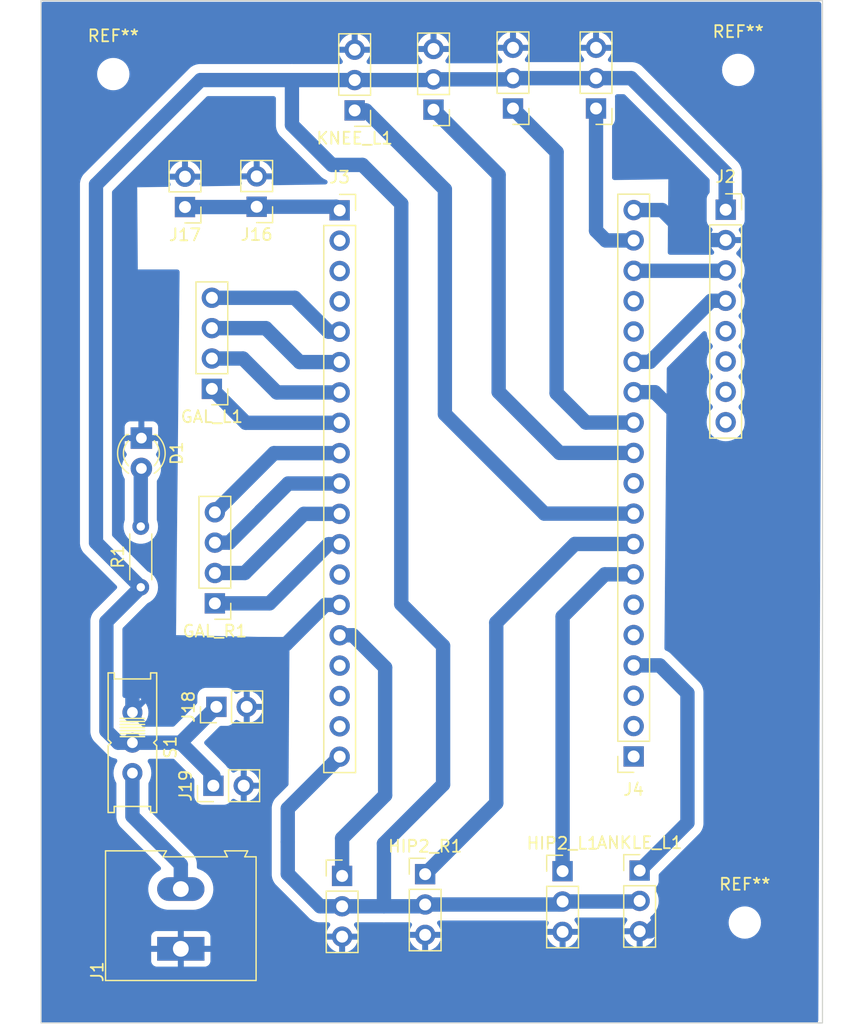
<source format=kicad_pcb>
(kicad_pcb (version 20221018) (generator pcbnew)
  (layers (0 "F.Cu" signal) (31 "B.Cu" signal) (34 "B.Paste" user) (35 "F.Paste" user) (36 "B.SilkS" user "B.Silkscreen") (37 "F.SilkS" user "F.Silkscreen") (38 "B.Mask" user) (39 "F.Mask" user) (44 "Edge.Cuts" user))
  (net 0 "")
  (net 1 "G15")
  (net 2 "VCC")
  (net 3 "GND")
  (net 4 "G18")
  (net 5 "Net-(D1-A)")
  (net 6 "G33")
  (net 7 "G32")
  (net 8 "G35")
  (net 9 "G34")
  (net 10 "G14")
  (net 11 "G27")
  (net 12 "G26")
  (net 13 "G25")
  (net 14 "G4")
  (net 15 "G16")
  (net 16 "G23")
  (net 17 "G13")
  (net 18 "+5V")
  (net 19 "3V3")
  (net 20 "G22")
  (net 21 "G21")
  (net 26 "EN")
  (net 27 "SP")
  (net 28 "SN")
  (net 29 "G12")
  (net 30 "SD2")
  (net 31 "SD3")
  (net 32 "CMD")
  (net 33 "CLK")
  (net 34 "SD0")
  (net 35 "SD1")
  (net 36 "G2")
  (net 37 "G0")
  (net 38 "G17")
  (net 39 "G5")
  (net 40 "G19")
  (net 41 "RX0")
  (net 42 "TX0")
  (footprint "Connector_PinHeader_2.54mm:PinHeader_1x02_P2.54mm_Vertical" (layer "F.Cu") (at 104.35 104.225 180)
    (fp_text reference "J17" (at 0 -2.33) (layer "F.SilkS"))
    (fp_text value "Conn_01x02_Pin")
    (fp_line (start -1.33 -1.33) (end 0 -1.33) (stroke (width 0.12)) (layer "F.SilkS"))
    (fp_line (start -1.33 0) (end -1.33 -1.33) (stroke (width 0.12)) (layer "F.SilkS"))
    (fp_line (start -1.33 1.27) (end -1.33 3.87) (stroke (width 0.12)) (layer "F.SilkS"))
    (fp_line (start -1.33 1.27) (end 1.33 1.27) (stroke (width 0.12)) (layer "F.SilkS"))
    (fp_line (start -1.33 3.87) (end 1.33 3.87) (stroke (width 0.12)) (layer "F.SilkS"))
    (fp_line (start 1.33 1.27) (end 1.33 3.87) (stroke (width 0.12)) (layer "F.SilkS"))
    (pad "1" thru_hole rect (at 0 0 180) (size 1.7 1.7) (drill 1) (layers "*.Cu" "*.Mask") (net 19 "3V3"))
    (pad "2" thru_hole oval (at 0 2.54 180) (size 1.7 1.7) (drill 1) (layers "*.Cu" "*.Mask") (net 3 "GND"))
  )
  (footprint "Connector_PinHeader_2.54mm:PinHeader_1x03_P2.54mm_Vertical" (layer "F.Cu") (at 118.55 96.14 180)
    (fp_text reference "KNEE_L1" (at 0 -2.33) (layer "F.SilkS"))
    (fp_text value "Conn_01x03_Pin")
    (fp_line (start -1.33 -1.33) (end 0 -1.33) (stroke (width 0.12)) (layer "F.SilkS"))
    (fp_line (start -1.33 0) (end -1.33 -1.33) (stroke (width 0.12)) (layer "F.SilkS"))
    (fp_line (start -1.33 1.27) (end -1.33 6.41) (stroke (width 0.12)) (layer "F.SilkS"))
    (fp_line (start -1.33 1.27) (end 1.33 1.27) (stroke (width 0.12)) (layer "F.SilkS"))
    (fp_line (start -1.33 6.41) (end 1.33 6.41) (stroke (width 0.12)) (layer "F.SilkS"))
    (fp_line (start 1.33 1.27) (end 1.33 6.41) (stroke (width 0.12)) (layer "F.SilkS"))
    (pad "1" thru_hole rect (at 0 0 180) (size 1.7 1.7) (drill 1) (layers "*.Cu" "*.Mask") (net 38 "G17"))
    (pad "2" thru_hole oval (at 0 2.54 180) (size 1.7 1.7) (drill 1) (layers "*.Cu" "*.Mask") (net 2 "VCC"))
    (pad "3" thru_hole oval (at 0 5.08 180) (size 1.7 1.7) (drill 1) (layers "*.Cu" "*.Mask") (net 3 "GND"))
  )
  (footprint "Connector_PinHeader_2.54mm:PinHeader_1x04_P2.54mm_Vertical" (layer "F.Cu") (at 106.85 137.39 180)
    (fp_text reference "GAL_R1" (at 0 -2.33) (layer "F.SilkS"))
    (fp_text value "Conn_01x04_Pin" hide)
    (fp_line (start -1.33 -1.33) (end 0 -1.33) (stroke (width 0.12)) (layer "F.SilkS"))
    (fp_line (start -1.33 0) (end -1.33 -1.33) (stroke (width 0.12)) (layer "F.SilkS"))
    (fp_line (start -1.33 1.27) (end -1.33 8.95) (stroke (width 0.12)) (layer "F.SilkS"))
    (fp_line (start -1.33 1.27) (end 1.33 1.27) (stroke (width 0.12)) (layer "F.SilkS"))
    (fp_line (start -1.33 8.95) (end 1.33 8.95) (stroke (width 0.12)) (layer "F.SilkS"))
    (fp_line (start 1.33 1.27) (end 1.33 8.95) (stroke (width 0.12)) (layer "F.SilkS"))
    (pad "1" thru_hole rect (at 0 0 180) (size 1.7 1.7) (drill 1) (layers "*.Cu" "*.Mask") (net 10 "G14"))
    (pad "2" thru_hole oval (at 0 2.54 180) (size 1.7 1.7) (drill 1) (layers "*.Cu" "*.Mask") (net 11 "G27"))
    (pad "3" thru_hole oval (at 0 5.08 180) (size 1.7 1.7) (drill 1) (layers "*.Cu" "*.Mask") (net 12 "G26"))
    (pad "4" thru_hole oval (at 0 7.62 180) (size 1.7 1.7) (drill 1) (layers "*.Cu" "*.Mask") (net 13 "G25"))
  )
  (footprint "Connector_PinHeader_2.54mm:PinHeader_1x02_P2.54mm_Vertical" (layer "F.Cu") (at 106.975 146.05 90)
    (fp_text reference "J18" (at 0 -2.33 90) (layer "F.SilkS"))
    (fp_text value "Conn_01x02_Pin")
    (fp_line (start -1.33 -1.33) (end 0 -1.33) (stroke (width 0.12)) (layer "F.SilkS"))
    (fp_line (start -1.33 0) (end -1.33 -1.33) (stroke (width 0.12)) (layer "F.SilkS"))
    (fp_line (start -1.33 1.27) (end -1.33 3.87) (stroke (width 0.12)) (layer "F.SilkS"))
    (fp_line (start -1.33 1.27) (end 1.33 1.27) (stroke (width 0.12)) (layer "F.SilkS"))
    (fp_line (start -1.33 3.87) (end 1.33 3.87) (stroke (width 0.12)) (layer "F.SilkS"))
    (fp_line (start 1.33 1.27) (end 1.33 3.87) (stroke (width 0.12)) (layer "F.SilkS"))
    (pad "1" thru_hole rect (at 0 0 90) (size 1.7 1.7) (drill 1) (layers "*.Cu" "*.Mask") (net 2 "VCC"))
    (pad "2" thru_hole oval (at 0 2.54 90) (size 1.7 1.7) (drill 1) (layers "*.Cu" "*.Mask") (net 3 "GND"))
  )
  (footprint "Connector_PinHeader_2.54mm:PinHeader_1x03_P2.54mm_Vertical" (layer "F.Cu") (at 135.95 159.8)
    (fp_text reference "HIP2_L1" (at 0 -2.33) (layer "F.SilkS"))
    (fp_text value "Conn_01x03_Pin")
    (fp_line (start -1.33 -1.33) (end 0 -1.33) (stroke (width 0.12)) (layer "F.SilkS"))
    (fp_line (start -1.33 0) (end -1.33 -1.33) (stroke (width 0.12)) (layer "F.SilkS"))
    (fp_line (start -1.33 1.27) (end -1.33 6.41) (stroke (width 0.12)) (layer "F.SilkS"))
    (fp_line (start -1.33 1.27) (end 1.33 1.27) (stroke (width 0.12)) (layer "F.SilkS"))
    (fp_line (start -1.33 6.41) (end 1.33 6.41) (stroke (width 0.12)) (layer "F.SilkS"))
    (fp_line (start 1.33 1.27) (end 1.33 6.41) (stroke (width 0.12)) (layer "F.SilkS"))
    (pad "1" thru_hole rect (at 0 0) (size 1.7 1.7) (drill 1) (layers "*.Cu" "*.Mask") (net 14 "G4"))
    (pad "2" thru_hole oval (at 0 2.54) (size 1.7 1.7) (drill 1) (layers "*.Cu" "*.Mask") (net 2 "VCC"))
    (pad "3" thru_hole oval (at 0 5.08) (size 1.7 1.7) (drill 1) (layers "*.Cu" "*.Mask") (net 3 "GND"))
  )
  (footprint "Connector_PinHeader_2.54mm:PinHeader_1x02_P2.54mm_Vertical" (layer "F.Cu") (at 110.35 104.2 180)
    (fp_text reference "J16" (at 0 -2.33) (layer "F.SilkS"))
    (fp_text value "Conn_01x02_Pin")
    (fp_line (start -1.33 -1.33) (end 0 -1.33) (stroke (width 0.12)) (layer "F.SilkS"))
    (fp_line (start -1.33 0) (end -1.33 -1.33) (stroke (width 0.12)) (layer "F.SilkS"))
    (fp_line (start -1.33 1.27) (end -1.33 3.87) (stroke (width 0.12)) (layer "F.SilkS"))
    (fp_line (start -1.33 1.27) (end 1.33 1.27) (stroke (width 0.12)) (layer "F.SilkS"))
    (fp_line (start -1.33 3.87) (end 1.33 3.87) (stroke (width 0.12)) (layer "F.SilkS"))
    (fp_line (start 1.33 1.27) (end 1.33 3.87) (stroke (width 0.12)) (layer "F.SilkS"))
    (pad "1" thru_hole rect (at 0 0 180) (size 1.7 1.7) (drill 1) (layers "*.Cu" "*.Mask") (net 19 "3V3"))
    (pad "2" thru_hole oval (at 0 2.54 180) (size 1.7 1.7) (drill 1) (layers "*.Cu" "*.Mask") (net 3 "GND"))
  )
  (footprint "Connector_PinSocket_2.54mm:PinSocket_1x08_P2.54mm_Vertical" (layer "F.Cu") (at 149.6 104.45)
    (fp_text reference "J2" (at 0 -2.77) (layer "F.SilkS"))
    (fp_text value "Conn_01x08_Socket")
    (fp_line (start -1.33 1.27) (end -1.33 19.11) (stroke (width 0.12)) (layer "F.SilkS"))
    (fp_line (start -1.33 1.27) (end 1.33 1.27) (stroke (width 0.12)) (layer "F.SilkS"))
    (fp_line (start -1.33 19.11) (end 1.33 19.11) (stroke (width 0.12)) (layer "F.SilkS"))
    (fp_line (start 0 -1.33) (end 1.33 -1.33) (stroke (width 0.12)) (layer "F.SilkS"))
    (fp_line (start 1.33 -1.33) (end 1.33 0) (stroke (width 0.12)) (layer "F.SilkS"))
    (fp_line (start 1.33 1.27) (end 1.33 19.11) (stroke (width 0.12)) (layer "F.SilkS"))
    (pad "1" thru_hole rect (at 0 0) (size 1.7 1.7) (drill 1) (layers "*.Cu" "*.Mask") (net 2 "VCC"))
    (pad "2" thru_hole oval (at 0 2.54) (size 1.7 1.7) (drill 1) (layers "*.Cu" "*.Mask") (net 3 "GND"))
    (pad "3" thru_hole oval (at 0 5.08) (size 1.7 1.7) (drill 1) (layers "*.Cu" "*.Mask") (net 20 "G22"))
    (pad "4" thru_hole oval (at 0 7.62) (size 1.7 1.7) (drill 1) (layers "*.Cu" "*.Mask") (net 21 "G21"))
    (pad "5" thru_hole oval (at 0 10.16) (size 1.7 1.7) (drill 1) (layers "*.Cu" "*.Mask"))
    (pad "6" thru_hole oval (at 0 12.7) (size 1.7 1.7) (drill 1) (layers "*.Cu" "*.Mask"))
    (pad "7" thru_hole oval (at 0 15.24) (size 1.7 1.7) (drill 1) (layers "*.Cu" "*.Mask"))
    (pad "8" thru_hole oval (at 0 17.78) (size 1.7 1.7) (drill 1) (layers "*.Cu" "*.Mask"))
  )
  (footprint "Connector_PinSocket_2.54mm:PinSocket_1x19_P2.54mm_Vertical" (layer "F.Cu") (at 141.9 150.2 180)
    (fp_text reference "J4" (at 0 -2.77) (layer "F.SilkS"))
    (fp_text value "Conn_01x19_Socket" hide)
    (fp_line (start -1.33 1.27) (end -1.33 47.05) (stroke (width 0.12)) (layer "F.SilkS"))
    (fp_line (start -1.33 1.27) (end 1.33 1.27) (stroke (width 0.12)) (layer "F.SilkS"))
    (fp_line (start -1.33 47.05) (end 1.33 47.05) (stroke (width 0.12)) (layer "F.SilkS"))
    (fp_line (start 0 -1.33) (end 1.33 -1.33) (stroke (width 0.12)) (layer "F.SilkS"))
    (fp_line (start 1.33 -1.33) (end 1.33 0) (stroke (width 0.12)) (layer "F.SilkS"))
    (fp_line (start 1.33 1.27) (end 1.33 47.05) (stroke (width 0.12)) (layer "F.SilkS"))
    (pad "1" thru_hole rect (at 0 0 180) (size 1.7 1.7) (drill 1) (layers "*.Cu" "*.Mask") (net 33 "CLK"))
    (pad "2" thru_hole oval (at 0 2.54 180) (size 1.7 1.7) (drill 1) (layers "*.Cu" "*.Mask") (net 34 "SD0"))
    (pad "3" thru_hole oval (at 0 5.08 180) (size 1.7 1.7) (drill 1) (layers "*.Cu" "*.Mask") (net 35 "SD1"))
    (pad "4" thru_hole oval (at 0 7.62 180) (size 1.7 1.7) (drill 1) (layers "*.Cu" "*.Mask") (net 1 "G15"))
    (pad "5" thru_hole oval (at 0 10.16 180) (size 1.7 1.7) (drill 1) (layers "*.Cu" "*.Mask") (net 36 "G2"))
    (pad "6" thru_hole oval (at 0 12.7 180) (size 1.7 1.7) (drill 1) (layers "*.Cu" "*.Mask") (net 37 "G0"))
    (pad "7" thru_hole oval (at 0 15.24 180) (size 1.7 1.7) (drill 1) (layers "*.Cu" "*.Mask") (net 14 "G4"))
    (pad "8" thru_hole oval (at 0 17.78 180) (size 1.7 1.7) (drill 1) (layers "*.Cu" "*.Mask") (net 15 "G16"))
    (pad "9" thru_hole oval (at 0 20.32 180) (size 1.7 1.7) (drill 1) (layers "*.Cu" "*.Mask") (net 38 "G17"))
    (pad "10" thru_hole oval (at 0 22.86 180) (size 1.7 1.7) (drill 1) (layers "*.Cu" "*.Mask") (net 39 "G5"))
    (pad "11" thru_hole oval (at 0 25.4 180) (size 1.7 1.7) (drill 1) (layers "*.Cu" "*.Mask") (net 4 "G18"))
    (pad "12" thru_hole oval (at 0 27.94 180) (size 1.7 1.7) (drill 1) (layers "*.Cu" "*.Mask") (net 40 "G19"))
    (pad "13" thru_hole oval (at 0 30.48 180) (size 1.7 1.7) (drill 1) (layers "*.Cu" "*.Mask") (net 3 "GND"))
    (pad "14" thru_hole oval (at 0 33.02 180) (size 1.7 1.7) (drill 1) (layers "*.Cu" "*.Mask") (net 21 "G21"))
    (pad "15" thru_hole oval (at 0 35.56 180) (size 1.7 1.7) (drill 1) (layers "*.Cu" "*.Mask") (net 41 "RX0"))
    (pad "16" thru_hole oval (at 0 38.1 180) (size 1.7 1.7) (drill 1) (layers "*.Cu" "*.Mask") (net 42 "TX0"))
    (pad "17" thru_hole oval (at 0 40.64 180) (size 1.7 1.7) (drill 1) (layers "*.Cu" "*.Mask") (net 20 "G22"))
    (pad "18" thru_hole oval (at 0 43.18 180) (size 1.7 1.7) (drill 1) (layers "*.Cu" "*.Mask") (net 16 "G23"))
    (pad "19" thru_hole oval (at 0 45.72 180) (size 1.7 1.7) (drill 1) (layers "*.Cu" "*.Mask") (net 3 "GND"))
  )
  (footprint "Connector_PinHeader_2.54mm:PinHeader_1x03_P2.54mm_Vertical" (layer "F.Cu") (at 124.45 160.05)
    (fp_text reference "HIP2_R1" (at 0 -2.33) (layer "F.SilkS"))
    (fp_text value "Conn_01x03_Pin")
    (fp_line (start -1.33 -1.33) (end 0 -1.33) (stroke (width 0.12)) (layer "F.SilkS"))
    (fp_line (start -1.33 0) (end -1.33 -1.33) (stroke (width 0.12)) (layer "F.SilkS"))
    (fp_line (start -1.33 1.27) (end -1.33 6.41) (stroke (width 0.12)) (layer "F.SilkS"))
    (fp_line (start -1.33 1.27) (end 1.33 1.27) (stroke (width 0.12)) (layer "F.SilkS"))
    (fp_line (start -1.33 6.41) (end 1.33 6.41) (stroke (width 0.12)) (layer "F.SilkS"))
    (fp_line (start 1.33 1.27) (end 1.33 6.41) (stroke (width 0.12)) (layer "F.SilkS"))
    (pad "1" thru_hole rect (at 0 0) (size 1.7 1.7) (drill 1) (layers "*.Cu" "*.Mask") (net 15 "G16"))
    (pad "2" thru_hole oval (at 0 2.54) (size 1.7 1.7) (drill 1) (layers "*.Cu" "*.Mask") (net 2 "VCC"))
    (pad "3" thru_hole oval (at 0 5.08) (size 1.7 1.7) (drill 1) (layers "*.Cu" "*.Mask") (net 3 "GND"))
  )
  (footprint "Connector_PinHeader_2.54mm:PinHeader_1x03_P2.54mm_Vertical" (layer "F.Cu") (at 117.5 160.2)
    (fp_text reference "HIP_R1" hide)
    (fp_text value "Conn_01x03_Pin" hide)
    (fp_line (start -1.33 -1.33) (end 0 -1.33) (stroke (width 0.12)) (layer "F.SilkS"))
    (fp_line (start -1.33 0) (end -1.33 -1.33) (stroke (width 0.12)) (layer "F.SilkS"))
    (fp_line (start -1.33 1.27) (end -1.33 6.41) (stroke (width 0.12)) (layer "F.SilkS"))
    (fp_line (start -1.33 1.27) (end 1.33 1.27) (stroke (width 0.12)) (layer "F.SilkS"))
    (fp_line (start -1.33 6.41) (end 1.33 6.41) (stroke (width 0.12)) (layer "F.SilkS"))
    (fp_line (start 1.33 1.27) (end 1.33 6.41) (stroke (width 0.12)) (layer "F.SilkS"))
    (pad "1" thru_hole rect (at 0 0) (size 1.7 1.7) (drill 1) (layers "*.Cu" "*.Mask") (net 17 "G13"))
    (pad "2" thru_hole oval (at 0 2.54) (size 1.7 1.7) (drill 1) (layers "*.Cu" "*.Mask") (net 2 "VCC"))
    (pad "3" thru_hole oval (at 0 5.08) (size 1.7 1.7) (drill 1) (layers "*.Cu" "*.Mask") (net 3 "GND"))
  )
  (footprint "Connector_PinHeader_2.54mm:PinHeader_1x03_P2.54mm_Vertical" (layer "F.Cu") (at 131.8 95.98 180)
    (fp_text reference "KNEE_R1" hide)
    (fp_text value "Conn_01x03_Pin" hide)
    (fp_line (start -1.33 -1.33) (end 0 -1.33) (stroke (width 0.12)) (layer "F.SilkS"))
    (fp_line (start -1.33 0) (end -1.33 -1.33) (stroke (width 0.12)) (layer "F.SilkS"))
    (fp_line (start -1.33 1.27) (end -1.33 6.41) (stroke (width 0.12)) (layer "F.SilkS"))
    (fp_line (start -1.33 1.27) (end 1.33 1.27) (stroke (width 0.12)) (layer "F.SilkS"))
    (fp_line (start -1.33 6.41) (end 1.33 6.41) (stroke (width 0.12)) (layer "F.SilkS"))
    (fp_line (start 1.33 1.27) (end 1.33 6.41) (stroke (width 0.12)) (layer "F.SilkS"))
    (pad "1" thru_hole rect (at 0 0 180) (size 1.7 1.7) (drill 1) (layers "*.Cu" "*.Mask") (net 40 "G19"))
    (pad "2" thru_hole oval (at 0 2.54 180) (size 1.7 1.7) (drill 1) (layers "*.Cu" "*.Mask") (net 2 "VCC"))
    (pad "3" thru_hole oval (at 0 5.08 180) (size 1.7 1.7) (drill 1) (layers "*.Cu" "*.Mask") (net 3 "GND"))
  )
  (footprint "LED_THT:LED_D3.0mm" (layer "F.Cu") (at 100.7 123.56 -90)
    (fp_text reference "D1" (at 1.27 -2.96 -270) (layer "F.SilkS"))
    (fp_text value "LED")
    (fp_line (start -0.29 -1.236) (end -0.29 -1.08) (stroke (width 0.12)) (layer "F.SilkS"))
    (fp_line (start -0.29 1.08) (end -0.29 1.236) (stroke (width 0.12)) (layer "F.SilkS"))
    (fp_arc (start -0.29 -1.235516) (mid 1.366487 -1.987659) (end 2.942335 -1.078608) (stroke (width 0.12)) (layer "F.SilkS"))
    (fp_arc (start 0.229039 -1.08) (mid 1.270117 -1.5) (end 2.31113 -1.079837) (stroke (width 0.12)) (layer "F.SilkS"))
    (fp_arc (start 2.31113 1.079837) (mid 1.270117 1.5) (end 0.229039 1.08) (stroke (width 0.12)) (layer "F.SilkS"))
    (fp_arc (start 2.942335 1.078608) (mid 1.366487 1.987659) (end -0.29 1.235516) (stroke (width 0.12)) (layer "F.SilkS"))
    (pad "1" thru_hole rect (at 0 0 270) (size 1.8 1.8) (drill 0.9) (layers "*.Cu" "*.Mask") (net 3 "GND"))
    (pad "2" thru_hole circle (at 2.54 0 270) (size 1.8 1.8) (drill 0.9) (layers "*.Cu" "*.Mask") (net 5 "Net-(D1-A)"))
  )
  (footprint "TerminalBlock:TerminalBlock_Altech_AK300-2_P5.00mm" (layer "F.Cu") (at 104 166.3 90)
    (fp_text reference "J1" (at -1.92 -6.99 90) (layer "F.SilkS"))
    (fp_text value "Screw_Terminal_01x02")
    (fp_line (start -2.65 -6.3) (end -2.65 6.3) (stroke (width 0.12)) (layer "F.SilkS"))
    (fp_line (start -2.65 6.3) (end 7.7 6.3) (stroke (width 0.12)) (layer "F.SilkS"))
    (fp_line (start 7.7 -1.5) (end 8.2 -1.2) (stroke (width 0.12)) (layer "F.SilkS"))
    (fp_line (start 7.7 3.9) (end 7.7 -1.5) (stroke (width 0.12)) (layer "F.SilkS"))
    (fp_line (start 7.7 5.35) (end 8.2 5.6) (stroke (width 0.12)) (layer "F.SilkS"))
    (fp_line (start 7.7 6.3) (end 7.7 5.35) (stroke (width 0.12)) (layer "F.SilkS"))
    (fp_line (start 8.2 -6.3) (end -2.65 -6.3) (stroke (width 0.12)) (layer "F.SilkS"))
    (fp_line (start 8.2 -1.2) (end 8.2 -6.3) (stroke (width 0.12)) (layer "F.SilkS"))
    (fp_line (start 8.2 3.65) (end 7.7 3.9) (stroke (width 0.12)) (layer "F.SilkS"))
    (fp_line (start 8.2 3.7) (end 8.2 3.65) (stroke (width 0.12)) (layer "F.SilkS"))
    (fp_line (start 8.2 5.6) (end 8.2 3.7) (stroke (width 0.12)) (layer "F.SilkS"))
    (pad "1" thru_hole rect (at 0 0 90) (size 1.98 3.96) (drill 1.32) (layers "*.Cu" "*.Mask") (net 3 "GND"))
    (pad "2" thru_hole oval (at 5 0 90) (size 1.98 3.96) (drill 1.32) (layers "*.Cu" "*.Mask") (net 18 "+5V"))
  )
  (footprint "MountingHole:MountingHole_2.2mm_M2" (layer "F.Cu") (at 98.35 93.1)
    (fp_text reference "REF**" (at 0 -3.2) (layer "F.SilkS"))
    (fp_text value "MountingHole_2.2mm_M2")
    (pad "" np_thru_hole circle (at 0 0) (size 2.2 2.2) (drill 2.2) (layers "*.Cu" "*.Mask"))
  )
  (footprint "MountingHole:MountingHole_2.2mm_M2" (layer "F.Cu") (at 150.65 92.75)
    (fp_text reference "REF**" (at 0 -3.2) (layer "F.SilkS"))
    (fp_text value "MountingHole_2.2mm_M2")
    (pad "" np_thru_hole circle (at 0 0) (size 2.2 2.2) (drill 2.2) (layers "*.Cu" "*.Mask"))
  )
  (footprint "Connector_PinHeader_2.54mm:PinHeader_1x03_P2.54mm_Vertical" (layer "F.Cu") (at 142.4 159.75)
    (fp_text reference "ANKLE_L1" (at 0 -2.33) (layer "F.SilkS"))
    (fp_text value "Conn_01x03_Pin")
    (fp_line (start -1.33 -1.33) (end 0 -1.33) (stroke (width 0.12)) (layer "F.SilkS"))
    (fp_line (start -1.33 0) (end -1.33 -1.33) (stroke (width 0.12)) (layer "F.SilkS"))
    (fp_line (start -1.33 1.27) (end -1.33 6.41) (stroke (width 0.12)) (layer "F.SilkS"))
    (fp_line (start -1.33 1.27) (end 1.33 1.27) (stroke (width 0.12)) (layer "F.SilkS"))
    (fp_line (start -1.33 6.41) (end 1.33 6.41) (stroke (width 0.12)) (layer "F.SilkS"))
    (fp_line (start 1.33 1.27) (end 1.33 6.41) (stroke (width 0.12)) (layer "F.SilkS"))
    (pad "1" thru_hole rect (at 0 0) (size 1.7 1.7) (drill 1) (layers "*.Cu" "*.Mask") (net 1 "G15"))
    (pad "2" thru_hole oval (at 0 2.54) (size 1.7 1.7) (drill 1) (layers "*.Cu" "*.Mask") (net 2 "VCC"))
    (pad "3" thru_hole oval (at 0 5.08) (size 1.7 1.7) (drill 1) (layers "*.Cu" "*.Mask") (net 3 "GND"))
  )
  (footprint "Connector_PinHeader_2.54mm:PinHeader_1x04_P2.54mm_Vertical" (layer "F.Cu") (at 106.6 119.44 180)
    (fp_text reference "GAL_L1" (at 0 -2.33) (layer "F.SilkS"))
    (fp_text value "Conn_01x04_Pin")
    (fp_line (start -1.33 -1.33) (end 0 -1.33) (stroke (width 0.12)) (layer "F.SilkS"))
    (fp_line (start -1.33 0) (end -1.33 -1.33) (stroke (width 0.12)) (layer "F.SilkS"))
    (fp_line (start -1.33 1.27) (end -1.33 8.95) (stroke (width 0.12)) (layer "F.SilkS"))
    (fp_line (start -1.33 1.27) (end 1.33 1.27) (stroke (width 0.12)) (layer "F.SilkS"))
    (fp_line (start -1.33 8.95) (end 1.33 8.95) (stroke (width 0.12)) (layer "F.SilkS"))
    (fp_line (start 1.33 1.27) (end 1.33 8.95) (stroke (width 0.12)) (layer "F.SilkS"))
    (pad "1" thru_hole rect (at 0 0 180) (size 1.7 1.7) (drill 1) (layers "*.Cu" "*.Mask") (net 6 "G33"))
    (pad "2" thru_hole oval (at 0 2.54 180) (size 1.7 1.7) (drill 1) (layers "*.Cu" "*.Mask") (net 7 "G32"))
    (pad "3" thru_hole oval (at 0 5.08 180) (size 1.7 1.7) (drill 1) (layers "*.Cu" "*.Mask") (net 8 "G35"))
    (pad "4" thru_hole oval (at 0 7.62 180) (size 1.7 1.7) (drill 1) (layers "*.Cu" "*.Mask") (net 9 "G34"))
  )
  (footprint "switch:EG1218" (layer "F.Cu") (at 99.95 149.05 -90)
    (fp_text reference "S1" (at 0.381 -3.175 90) (layer "F.SilkS"))
    (fp_text value "EG1218")
    (fp_line (start -5.842 -2.032) (end -0.254 -2.032) (stroke (width 0.127)) (layer "F.SilkS"))
    (fp_line (start -5.842 -1.524) (end -5.842 -2.032) (stroke (width 0.127)) (layer "F.SilkS"))
    (fp_line (start -5.842 1.524) (end -5.334 1.524) (stroke (width 0.127)) (layer "F.SilkS"))
    (fp_line (start -5.842 2.032) (end -5.842 1.524) (stroke (width 0.127)) (layer "F.SilkS"))
    (fp_line (start -5.334 -1.524) (end -5.842 -1.524) (stroke (width 0.127)) (layer "F.SilkS"))
    (fp_line (start -5.334 1.524) (end -5.334 -1.524) (stroke (width 0.127)) (layer "F.SilkS"))
    (fp_line (start -2.032 -1.016) (end -2.032 1.016) (stroke (width 0.127)) (layer "F.SilkS"))
    (fp_line (start -1.778 1.016) (end -1.778 -1.016) (stroke (width 0.127)) (layer "F.SilkS"))
    (fp_line (start -1.524 -1.016) (end -1.524 1.016) (stroke (width 0.127)) (layer "F.SilkS"))
    (fp_line (start -1.27 1.016) (end -1.27 -1.016) (stroke (width 0.127)) (layer "F.SilkS"))
    (fp_line (start -1.016 -1.016) (end -1.016 1.016) (stroke (width 0.127)) (layer "F.SilkS"))
    (fp_line (start -0.762 1.016) (end -0.762 -1.016) (stroke (width 0.127)) (layer "F.SilkS"))
    (fp_line (start -0.508 -1.016) (end -0.508 1.016) (stroke (width 0.127)) (layer "F.SilkS"))
    (fp_line (start -0.254 -2.032) (end 0 -1.778) (stroke (width 0.127)) (layer "F.SilkS"))
    (fp_line (start -0.254 2.032) (end -5.842 2.032) (stroke (width 0.127)) (layer "F.SilkS"))
    (fp_line (start 0 -1.778) (end 0.254 -2.032) (stroke (width 0.127)) (layer "F.SilkS"))
    (fp_line (start 0 1.778) (end -0.254 2.032) (stroke (width 0.127)) (layer "F.SilkS"))
    (fp_line (start 0.254 -2.032) (end 5.842 -2.032) (stroke (width 0.127)) (layer "F.SilkS"))
    (fp_line (start 0.254 2.032) (end 0 1.778) (stroke (width 0.127)) (layer "F.SilkS"))
    (fp_line (start 5.334 -1.524) (end 5.334 1.524) (stroke (width 0.127)) (layer "F.SilkS"))
    (fp_line (start 5.334 1.524) (end 5.842 1.524) (stroke (width 0.127)) (layer "F.SilkS"))
    (fp_line (start 5.842 -2.032) (end 5.842 -1.524) (stroke (width 0.127)) (layer "F.SilkS"))
    (fp_line (start 5.842 -1.524) (end 5.334 -1.524) (stroke (width 0.127)) (layer "F.SilkS"))
    (fp_line (start 5.842 1.524) (end 5.842 2.032) (stroke (width 0.127)) (layer "F.SilkS"))
    (fp_line (start 5.842 2.032) (end 0.254 2.032) (stroke (width 0.127)) (layer "F.SilkS"))
    (pad "O" thru_hole circle (at -2.54 0 270) (size 1.6764 1.6764) (drill 0.9) (layers "*.Cu" "*.Mask") (net 3 "GND"))
    (pad "P" thru_hole circle (at 0 0 270) (size 1.6764 1.6764) (drill 0.9) (layers "*.Cu" "*.Mask") (net 2 "VCC"))
    (pad "S" thru_hole circle (at 2.54 0 270) (size 1.6764 1.6764) (drill 0.9) (layers "*.Cu" "*.Mask") (net 18 "+5V"))
  )
  (footprint "Connector_PinHeader_2.54mm:PinHeader_1x03_P2.54mm_Vertical" (layer "F.Cu") (at 138.75 95.98 180)
    (fp_text reference "HIP_L1" hide)
    (fp_text value "Conn_01x03_Pin" hide)
    (fp_line (start -1.33 -1.33) (end 0 -1.33) (stroke (width 0.12)) (layer "F.SilkS"))
    (fp_line (start -1.33 0) (end -1.33 -1.33) (stroke (width 0.12)) (layer "F.SilkS"))
    (fp_line (start -1.33 1.27) (end -1.33 6.41) (stroke (width 0.12)) (layer "F.SilkS"))
    (fp_line (start -1.33 1.27) (end 1.33 1.27) (stroke (width 0.12)) (layer "F.SilkS"))
    (fp_line (start -1.33 6.41) (end 1.33 6.41) (stroke (width 0.12)) (layer "F.SilkS"))
    (fp_line (start 1.33 1.27) (end 1.33 6.41) (stroke (width 0.12)) (layer "F.SilkS"))
    (pad "1" thru_hole rect (at 0 0 180) (size 1.7 1.7) (drill 1) (layers "*.Cu" "*.Mask") (net 16 "G23"))
    (pad "2" thru_hole oval (at 0 2.54 180) (size 1.7 1.7) (drill 1) (layers "*.Cu" "*.Mask") (net 2 "VCC"))
    (pad "3" thru_hole oval (at 0 5.08 180) (size 1.7 1.7) (drill 1) (layers "*.Cu" "*.Mask") (net 3 "GND"))
  )
  (footprint "Connector_PinHeader_2.54mm:PinHeader_1x03_P2.54mm_Vertical" (layer "F.Cu") (at 125.15 96.08 180)
    (fp_text reference "ANKLE_R1" hide)
    (fp_text value "Conn_01x03_Pin" hide)
    (fp_line (start -1.33 -1.33) (end 0 -1.33) (stroke (width 0.12)) (layer "F.SilkS"))
    (fp_line (start -1.33 0) (end -1.33 -1.33) (stroke (width 0.12)) (layer "F.SilkS"))
    (fp_line (start -1.33 1.27) (end -1.33 6.41) (stroke (width 0.12)) (layer "F.SilkS"))
    (fp_line (start -1.33 1.27) (end 1.33 1.27) (stroke (width 0.12)) (layer "F.SilkS"))
    (fp_line (start -1.33 6.41) (end 1.33 6.41) (stroke (width 0.12)) (layer "F.SilkS"))
    (fp_line (start 1.33 1.27) (end 1.33 6.41) (stroke (width 0.12)) (layer "F.SilkS"))
    (pad "1" thru_hole rect (at 0 0 180) (size 1.7 1.7) (drill 1) (layers "*.Cu" "*.Mask") (net 4 "G18"))
    (pad "2" thru_hole oval (at 0 2.54 180) (size 1.7 1.7) (drill 1) (layers "*.Cu" "*.Mask") (net 2 "VCC"))
    (pad "3" thru_hole oval (at 0 5.08 180) (size 1.7 1.7) (drill 1) (layers "*.Cu" "*.Mask") (net 3 "GND"))
  )
  (footprint "Connector_PinSocket_2.54mm:PinSocket_1x19_P2.54mm_Vertical" (layer "F.Cu") (at 117.295 104.5)
    (fp_text reference "J3" (at 0 -2.77) (layer "F.SilkS"))
    (fp_text value "Conn_01x19_Socket" hide)
    (fp_line (start -1.33 1.27) (end -1.33 47.05) (stroke (width 0.12)) (layer "F.SilkS"))
    (fp_line (start -1.33 1.27) (end 1.33 1.27) (stroke (width 0.12)) (layer "F.SilkS"))
    (fp_line (start -1.33 47.05) (end 1.33 47.05) (stroke (width 0.12)) (layer "F.SilkS"))
    (fp_line (start 0 -1.33) (end 1.33 -1.33) (stroke (width 0.12)) (layer "F.SilkS"))
    (fp_line (start 1.33 -1.33) (end 1.33 0) (stroke (width 0.12)) (layer "F.SilkS"))
    (fp_line (start 1.33 1.27) (end 1.33 47.05) (stroke (width 0.12)) (layer "F.SilkS"))
    (pad "1" thru_hole rect (at 0 0) (size 1.7 1.7) (drill 1) (layers "*.Cu" "*.Mask") (net 19 "3V3"))
    (pad "2" thru_hole oval (at 0 2.54) (size 1.7 1.7) (drill 1) (layers "*.Cu" "*.Mask") (net 26 "EN"))
    (pad "3" thru_hole oval (at 0 5.08) (size 1.7 1.7) (drill 1) (layers "*.Cu" "*.Mask") (net 27 "SP"))
    (pad "4" thru_hole oval (at 0 7.62) (size 1.7 1.7) (drill 1) (layers "*.Cu" "*.Mask") (net 28 "SN"))
    (pad "5" thru_hole oval (at 0 10.16) (size 1.7 1.7) (drill 1) (layers "*.Cu" "*.Mask") (net 9 "G34"))
    (pad "6" thru_hole oval (at 0 12.7) (size 1.7 1.7) (drill 1) (layers "*.Cu" "*.Mask") (net 8 "G35"))
    (pad "7" thru_hole oval (at 0 15.24) (size 1.7 1.7) (drill 1) (layers "*.Cu" "*.Mask") (net 7 "G32"))
    (pad "8" thru_hole oval (at 0 17.78) (size 1.7 1.7) (drill 1) (layers "*.Cu" "*.Mask") (net 6 "G33"))
    (pad "9" thru_hole oval (at 0 20.32) (size 1.7 1.7) (drill 1) (layers "*.Cu" "*.Mask") (net 13 "G25"))
    (pad "10" thru_hole oval (at 0 22.86) (size 1.7 1.7) (drill 1) (layers "*.Cu" "*.Mask") (net 12 "G26"))
    (pad "11" thru_hole oval (at 0 25.4) (size 1.7 1.7) (drill 1) (layers "*.Cu" "*.Mask") (net 11 "G27"))
    (pad "12" thru_hole oval (at 0 27.94) (size 1.7 1.7) (drill 1) (layers "*.Cu" "*.Mask") (net 10 "G14"))
    (pad "13" thru_hole oval (at 0 30.48) (size 1.7 1.7) (drill 1) (layers "*.Cu" "*.Mask") (net 29 "G12"))
    (pad "14" thru_hole oval (at 0 33.02) (size 1.7 1.7) (drill 1) (layers "*.Cu" "*.Mask") (net 3 "GND"))
    (pad "15" thru_hole oval (at 0 35.56) (size 1.7 1.7) (drill 1) (layers "*.Cu" "*.Mask") (net 17 "G13"))
    (pad "16" thru_hole oval (at 0 38.1) (size 1.7 1.7) (drill 1) (layers "*.Cu" "*.Mask") (net 30 "SD2"))
    (pad "17" thru_hole oval (at 0 40.64) (size 1.7 1.7) (drill 1) (layers "*.Cu" "*.Mask") (net 31 "SD3"))
    (pad "18" thru_hole oval (at 0 43.18) (size 1.7 1.7) (drill 1) (layers "*.Cu" "*.Mask") (net 32 "CMD"))
    (pad "19" thru_hole oval (at 0 45.72) (size 1.7 1.7) (drill 1) (layers "*.Cu" "*.Mask") (net 2 "VCC"))
  )
  (footprint "Resistor_THT:R_Axial_DIN0204_L3.6mm_D1.6mm_P5.08mm_Horizontal" (layer "F.Cu") (at 100.65 136.04 90)
    (fp_text reference "R1" (at 2.54 -1.92 90) (layer "F.SilkS"))
    (fp_text value "1k")
    (fp_line (start 0.62 -0.92) (end 4.46 -0.92) (stroke (width 0.12)) (layer "F.SilkS"))
    (fp_line (start 0.62 0.92) (end 4.46 0.92) (stroke (width 0.12)) (layer "F.SilkS"))
    (pad "1" thru_hole circle (at 0 0 90) (size 1.4 1.4) (drill 0.7) (layers "*.Cu" "*.Mask") (net 2 "VCC"))
    (pad "2" thru_hole oval (at 5.08 0 90) (size 1.4 1.4) (drill 0.7) (layers "*.Cu" "*.Mask") (net 5 "Net-(D1-A)"))
  )
  (footprint "MountingHole:MountingHole_2.2mm_M2" (layer "F.Cu") (at 151.2 164.1)
    (fp_text reference "REF**" (at 0 -3.2) (layer "F.SilkS"))
    (fp_text value "MountingHole_2.2mm_M2")
    (pad "" np_thru_hole circle (at 0 0) (size 2.2 2.2) (drill 2.2) (layers "*.Cu" "*.Mask"))
  )
  (footprint "Connector_PinHeader_2.54mm:PinHeader_1x02_P2.54mm_Vertical" (layer "F.Cu") (at 106.725 152.65 90)
    (fp_text reference "J19" (at 0 -2.33 90) (layer "F.SilkS"))
    (fp_text value "Conn_01x02_Pin")
    (fp_line (start -1.33 -1.33) (end 0 -1.33) (stroke (width 0.12)) (layer "F.SilkS"))
    (fp_line (start -1.33 0) (end -1.33 -1.33) (stroke (width 0.12)) (layer "F.SilkS"))
    (fp_line (start -1.33 1.27) (end -1.33 3.87) (stroke (width 0.12)) (layer "F.SilkS"))
    (fp_line (start -1.33 1.27) (end 1.33 1.27) (stroke (width 0.12)) (layer "F.SilkS"))
    (fp_line (start -1.33 3.87) (end 1.33 3.87) (stroke (width 0.12)) (layer "F.SilkS"))
    (fp_line (start 1.33 1.27) (end 1.33 3.87) (stroke (width 0.12)) (layer "F.SilkS"))
    (pad "1" thru_hole rect (at 0 0 90) (size 1.7 1.7) (drill 1) (layers "*.Cu" "*.Mask") (net 2 "VCC"))
    (pad "2" thru_hole oval (at 0 2.54 90) (size 1.7 1.7) (drill 1) (layers "*.Cu" "*.Mask") (net 3 "GND"))
  )
  (gr_rect (start 92.3 86.95) (end 157.7 172.5) (stroke (width 0.1)) (fill none) (layer "Edge.Cuts"))
  (segment (start 146.4 155.75) (end 146.4 144.9) (width 1.2) (layer "B.Cu") (net 1))
  (segment (start 146.4 144.9) (end 144.08 142.58) (width 1.2) (layer "B.Cu") (net 1))
  (segment (start 144.08 142.58) (end 141.9 142.58) (width 1.2) (layer "B.Cu") (net 1))
  (segment (start 142.4 159.75) (end 146.4 155.75) (width 1.2) (layer "B.Cu") (net 1))
  (segment (start 117.5 162.74) (end 115.66 162.74) (width 1.2) (layer "B.Cu") (net 2))
  (segment (start 106.725 151.8) (end 103.975 149.05) (width 1.2) (layer "B.Cu") (net 2))
  (segment (start 119.2 100.7) (end 122.45 103.95) (width 1.2) (layer "B.Cu") (net 2))
  (segment (start 121 162.74) (end 124.3 162.74) (width 1.2) (layer "B.Cu") (net 2))
  (segment (start 135.95 162.34) (end 142.35 162.34) (width 1.2) (layer "B.Cu") (net 2))
  (segment (start 96.9 102.35) (end 105.65 93.6) (width 1.2) (layer "B.Cu") (net 2))
  (segment (start 112.95 160.03) (end 112.95 157.35) (width 1.2) (layer "B.Cu") (net 2))
  (segment (start 105.65 93.6) (end 113.3 93.6) (width 1.2) (layer "B.Cu") (net 2))
  (segment (start 97.7718 138.9182) (end 100.65 136.04) (width 1.2) (layer "B.Cu") (net 2))
  (segment (start 99.95 149.05) (end 103.975 149.05) (width 1.2) (layer "B.Cu") (net 2))
  (segment (start 115.66 162.74) (end 112.95 160.03) (width 1.2) (layer "B.Cu") (net 2))
  (segment (start 99.95 149.05) (end 98.764607 149.05) (width 1.2) (layer "B.Cu") (net 2))
  (segment (start 138.75 93.44) (end 141.69 93.44) (width 1.2) (layer "B.Cu") (net 2))
  (segment (start 106.725 152.65) (end 106.725 151.8) (width 1.2) (layer "B.Cu") (net 2))
  (segment (start 131.7 93.54) (end 131.8 93.44) (width 1.2) (layer "B.Cu") (net 2))
  (segment (start 125.09 93.6) (end 125.15 93.54) (width 1.2) (layer "B.Cu") (net 2))
  (segment (start 122.45 103.95) (end 122.45 137.45) (width 1.2) (layer "B.Cu") (net 2))
  (segment (start 118.55 93.6) (end 125.09 93.6) (width 1.2) (layer "B.Cu") (net 2))
  (segment (start 125.15 93.54) (end 131.7 93.54) (width 1.2) (layer "B.Cu") (net 2))
  (segment (start 116.65 100.7) (end 119.2 100.7) (width 1.2) (layer "B.Cu") (net 2))
  (segment (start 142.35 162.34) (end 142.4 162.29) (width 1.2) (layer "B.Cu") (net 2))
  (segment (start 100.65 136.04) (end 96.9 132.29) (width 1.2) (layer "B.Cu") (net 2))
  (segment (start 112.95 157.35) (end 112.95 154.565) (width 1.2) (layer "B.Cu") (net 2))
  (segment (start 103.975 149.05) (end 106.975 146.05) (width 1.2) (layer "B.Cu") (net 2))
  (segment (start 98.764607 149.05) (end 97.7718 148.057193) (width 1.2) (layer "B.Cu") (net 2))
  (segment (start 135.7 162.59) (end 135.95 162.34) (width 1.2) (layer "B.Cu") (net 2))
  (segment (start 117.5 162.74) (end 121 162.74) (width 1.2) (layer "B.Cu") (net 2))
  (segment (start 122.45 137.45) (end 125.95 140.95) (width 1.2) (layer "B.Cu") (net 2))
  (segment (start 113.3 97.35) (end 116.65 100.7) (width 1.2) (layer "B.Cu") (net 2))
  (segment (start 113.3 93.6) (end 113.3 97.35) (width 1.2) (layer "B.Cu") (net 2))
  (segment (start 97.7718 148.057193) (end 97.7718 138.9182) (width 1.2) (layer "B.Cu") (net 2))
  (segment (start 124.45 162.59) (end 135.7 162.59) (width 1.2) (layer "B.Cu") (net 2))
  (segment (start 131.8 93.44) (end 138.75 93.44) (width 1.2) (layer "B.Cu") (net 2))
  (segment (start 113.3 93.6) (end 118.55 93.6) (width 1.2) (layer "B.Cu") (net 2))
  (segment (start 121 157.5) (end 121 162.74) (width 1.2) (layer "B.Cu") (net 2))
  (segment (start 141.69 93.44) (end 149.6 101.35) (width 1.2) (layer "B.Cu") (net 2))
  (segment (start 125.95 140.95) (end 125.95 152.55) (width 1.2) (layer "B.Cu") (net 2))
  (segment (start 124.3 162.74) (end 124.45 162.59) (width 1.2) (layer "B.Cu") (net 2))
  (segment (start 125.95 152.55) (end 121 157.5) (width 1.2) (layer "B.Cu") (net 2))
  (segment (start 149.6 101.35) (end 149.6 104.45) (width 1.2) (layer "B.Cu") (net 2))
  (segment (start 112.95 154.565) (end 117.295 150.22) (width 1.2) (layer "B.Cu") (net 2))
  (segment (start 96.9 132.29) (end 96.9 102.35) (width 1.2) (layer "B.Cu") (net 2))
  (segment (start 99.95 145.05) (end 104.2 140.8) (width 1.2) (layer "B.Cu") (net 3))
  (segment (start 110.325 101.685) (end 110.35 101.66) (width 1.2) (layer "B.Cu") (net 3))
  (segment (start 141.9 104.48) (end 144.28 104.48) (width 1.2) (layer "B.Cu") (net 3))
  (segment (start 146.79 106.99) (end 149.6 106.99) (width 1.2) (layer "B.Cu") (net 3))
  (segment (start 142.4 164.83) (end 143.27 164.83) (width 1.2) (layer "B.Cu") (net 3))
  (segment (start 104.2 140.8) (end 112.812919 140.8) (width 1.2) (layer "B.Cu") (net 3))
  (segment (start 144.28 104.48) (end 146.79 106.99) (width 1.2) (layer "B.Cu") (net 3))
  (segment (start 143.67 119.72) (end 141.9 119.72) (width 1.2) (layer "B.Cu") (net 3))
  (segment (start 145.7 127.3) (end 145.7 121.75) (width 1.2) (layer "B.Cu") (net 3))
  (segment (start 143.27 164.83) (end 150.55 157.55) (width 1.2) (layer "B.Cu") (net 3))
  (segment (start 116.092919 137.52) (end 117.295 137.52) (width 1.2) (layer "B.Cu") (net 3))
  (segment (start 145.7 121.75) (end 143.67 119.72) (width 1.2) (layer "B.Cu") (net 3))
  (segment (start 150.55 132.15) (end 145.7 127.3) (width 1.2) (layer "B.Cu") (net 3))
  (segment (start 112.812919 140.8) (end 116.092919 137.52) (width 1.2) (layer "B.Cu") (net 3))
  (segment (start 99.95 146.51) (end 99.95 145.05) (width 1.2) (layer "B.Cu") (net 3))
  (segment (start 150.55 157.55) (end 150.55 132.15) (width 1.2) (layer "B.Cu") (net 3))
  (segment (start 125.15 96.08) (end 130.6 101.53) (width 1.2) (layer "B.Cu") (net 4))
  (segment (start 130.6 101.53) (end 130.6 119.7) (width 1.2) (layer "B.Cu") (net 4))
  (segment (start 135.7 124.8) (end 141.9 124.8) (width 1.2) (layer "B.Cu") (net 4))
  (segment (start 130.6 119.7) (end 135.7 124.8) (width 1.2) (layer "B.Cu") (net 4))
  (segment (start 100.65 126.15) (end 100.7 126.1) (width 1.2) (layer "B.Cu") (net 5))
  (segment (start 100.65 130.96) (end 100.65 126.15) (width 1.2) (layer "B.Cu") (net 5))
  (segment (start 106.6 119.44) (end 109.44 122.28) (width 1.2) (layer "B.Cu") (net 6))
  (segment (start 109.44 122.28) (end 117.295 122.28) (width 1.2) (layer "B.Cu") (net 6))
  (segment (start 112.04 119.74) (end 117.295 119.74) (width 1.2) (layer "B.Cu") (net 7))
  (segment (start 106.6 116.9) (end 109.2 116.9) (width 1.2) (layer "B.Cu") (net 7))
  (segment (start 109.2 116.9) (end 112.04 119.74) (width 1.2) (layer "B.Cu") (net 7))
  (segment (start 113.95 117.2) (end 117.295 117.2) (width 1.2) (layer "B.Cu") (net 8))
  (segment (start 106.6 114.36) (end 111.11 114.36) (width 1.2) (layer "B.Cu") (net 8))
  (segment (start 111.11 114.36) (end 113.95 117.2) (width 1.2) (layer "B.Cu") (net 8))
  (segment (start 116.370176 114.66) (end 117.295 114.66) (width 1.2) (layer "B.Cu") (net 9))
  (segment (start 106.6 111.82) (end 113.530176 111.82) (width 1.2) (layer "B.Cu") (net 9))
  (segment (start 113.530176 111.82) (end 116.370176 114.66) (width 1.2) (layer "B.Cu") (net 9))
  (segment (start 111.420176 137.39) (end 116.370176 132.44) (width 1.2) (layer "B.Cu") (net 10))
  (segment (start 106.85 137.39) (end 111.420176 137.39) (width 1.2) (layer "B.Cu") (net 10))
  (segment (start 116.370176 132.44) (end 117.295 132.44) (width 1.2) (layer "B.Cu") (net 10))
  (segment (start 109.35 134.85) (end 114.3 129.9) (width 1.2) (layer "B.Cu") (net 11))
  (segment (start 106.85 134.85) (end 109.35 134.85) (width 1.2) (layer "B.Cu") (net 11))
  (segment (start 114.3 129.9) (end 117.295 129.9) (width 1.2) (layer "B.Cu") (net 11))
  (segment (start 110.7 129.65) (end 112.99 127.36) (width 1.2) (layer "B.Cu") (net 12))
  (segment (start 106.85 132.31) (end 108.052081 132.31) (width 1.2) (layer "B.Cu") (net 12))
  (segment (start 112.99 127.36) (end 117.295 127.36) (width 1.2) (layer "B.Cu") (net 12))
  (segment (start 110.7 129.662081) (end 110.7 129.65) (width 1.2) (layer "B.Cu") (net 12))
  (segment (start 108.052081 132.31) (end 110.7 129.662081) (width 1.2) (layer "B.Cu") (net 12))
  (segment (start 106.85 129.77) (end 111.8 124.82) (width 1.2) (layer "B.Cu") (net 13))
  (segment (start 111.8 124.82) (end 117.295 124.82) (width 1.2) (layer "B.Cu") (net 13))
  (segment (start 135.95 159.8) (end 135.95 138.5) (width 1.2) (layer "B.Cu") (net 14))
  (segment (start 135.95 138.5) (end 139.49 134.96) (width 1.2) (layer "B.Cu") (net 14))
  (segment (start 139.49 134.96) (end 141.9 134.96) (width 1.2) (layer "B.Cu") (net 14))
  (segment (start 124.45 160.05) (end 130.4 154.1) (width 1.2) (layer "B.Cu") (net 15))
  (segment (start 130.4 154.1) (end 130.4 139) (width 1.2) (layer "B.Cu") (net 15))
  (segment (start 130.4 139) (end 136.98 132.42) (width 1.2) (layer "B.Cu") (net 15))
  (segment (start 136.98 132.42) (end 141.9 132.42) (width 1.2) (layer "B.Cu") (net 15))
  (segment (start 139.57 107.02) (end 141.9 107.02) (width 1.2) (layer "B.Cu") (net 16))
  (segment (start 138.75 106.2) (end 139.57 107.02) (width 1.2) (layer "B.Cu") (net 16))
  (segment (start 138.75 95.98) (end 138.75 106.2) (width 1.2) (layer "B.Cu") (net 16))
  (segment (start 121.1 153.45) (end 121.1 142.760176) (width 1.2) (layer "B.Cu") (net 17))
  (segment (start 121.1 142.760176) (end 118.399824 140.06) (width 1.2) (layer "B.Cu") (net 17))
  (segment (start 117.5 160.2) (end 117.5 157.05) (width 1.2) (layer "B.Cu") (net 17))
  (segment (start 118.399824 140.06) (end 117.295 140.06) (width 1.2) (layer "B.Cu") (net 17))
  (segment (start 117.5 157.05) (end 121.1 153.45) (width 1.2) (layer "B.Cu") (net 17))
  (segment (start 99.95 151.59) (end 99.95 155.2) (width 1.2) (layer "B.Cu") (net 18))
  (segment (start 104 159.25) (end 99.95 155.2) (width 1.2) (layer "B.Cu") (net 18))
  (segment (start 104 161.3) (end 104 159.25) (width 1.2) (layer "B.Cu") (net 18))
  (segment (start 110.35 104.2) (end 116.995 104.2) (width 1.2) (layer "B.Cu") (net 19))
  (segment (start 116.995 104.2) (end 117.295 104.5) (width 1.2) (layer "B.Cu") (net 19))
  (segment (start 104.35 104.225) (end 110.325 104.225) (width 1.2) (layer "B.Cu") (net 19))
  (segment (start 110.325 104.225) (end 110.35 104.2) (width 1.2) (layer "B.Cu") (net 19))
  (segment (start 149.57 109.56) (end 149.6 109.53) (width 1.2) (layer "B.Cu") (net 20))
  (segment (start 141.9 109.56) (end 149.57 109.56) (width 1.2) (layer "B.Cu") (net 20))
  (segment (start 149.6 112.07) (end 148.38 112.07) (width 1.2) (layer "B.Cu") (net 21))
  (segment (start 143.27 117.18) (end 141.9 117.18) (width 1.2) (layer "B.Cu") (net 21))
  (segment (start 148.38 112.07) (end 143.27 117.18) (width 1.2) (layer "B.Cu") (net 21))
  (segment (start 119.49 96.14) (end 126.1 102.75) (width 1.2) (layer "B.Cu") (net 38))
  (segment (start 118.55 96.14) (end 119.49 96.14) (width 1.2) (layer "B.Cu") (net 38))
  (segment (start 126.1 102.75) (end 126.1 121.55) (width 1.2) (layer "B.Cu") (net 38))
  (segment (start 134.43 129.88) (end 141.9 129.88) (width 1.2) (layer "B.Cu") (net 38))
  (segment (start 126.1 121.55) (end 134.43 129.88) (width 1.2) (layer "B.Cu") (net 38))
  (segment (start 135.45 119.8) (end 137.91 122.26) (width 1.2) (layer "B.Cu") (net 40))
  (segment (start 135.45 99.63) (end 135.45 119.8) (width 1.2) (layer "B.Cu") (net 40))
  (segment (start 131.8 95.98) (end 135.45 99.63) (width 1.2) (layer "B.Cu") (net 40))
  (segment (start 137.91 122.26) (end 141.9 122.26) (width 1.2) (layer "B.Cu") (net 40))
  (zone (net 3) (net_name "GND") (layer "B.Cu") (connect_pads (clearance 0.5)) (min_thickness 0.4) (fill yes (thermal_gap 0.5) (thermal_bridge_width 0.5))
    (polygon (pts (xy 157.35 172.6) (xy 157.65 102.45) (xy 157.6 87.05) (xy 91.85 87.05) (xy 92 102.7) (xy 144.8 101.9) (xy 144.4 149.9) (xy 119.9 150.1) (xy 119.85 154.9) (xy 115.2 154.75) (xy 113 154.8) (xy 113.1 140.25) (xy 103.6 140.05) (xy 103.9 109.45) (xy 100.4 109.45) (xy 100.35 102.3) (xy 91.9 102.4) (xy 92 172.55)))
  )
)
</source>
